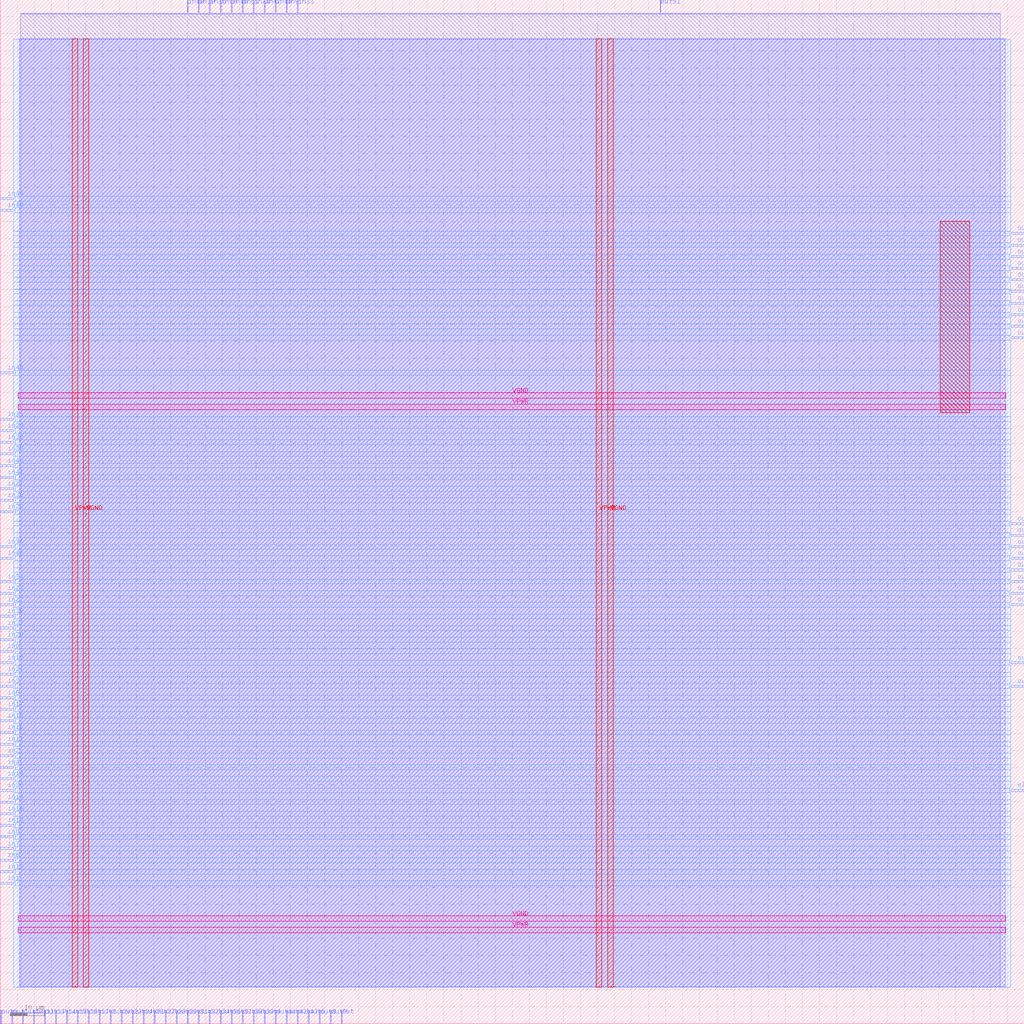
<source format=lef>
VERSION 5.7 ;
  NOWIREEXTENSIONATPIN ON ;
  DIVIDERCHAR "/" ;
  BUSBITCHARS "[]" ;
MACRO netlist_2
  CLASS BLOCK ;
  FOREIGN netlist_2 ;
  ORIGIN 0.000 0.000 ;
  SIZE 300.000 BY 300.000 ;
  PIN VGND
    DIRECTION INOUT ;
    USE GROUND ;
    PORT
      LAYER met4 ;
        RECT 24.340 10.640 25.940 288.560 ;
    END
    PORT
      LAYER met4 ;
        RECT 177.940 10.640 179.540 288.560 ;
    END
    PORT
      LAYER met5 ;
        RECT 5.280 30.030 294.640 31.630 ;
    END
    PORT
      LAYER met5 ;
        RECT 5.280 183.210 294.640 184.810 ;
    END
  END VGND
  PIN VPWR
    DIRECTION INOUT ;
    USE POWER ;
    PORT
      LAYER met4 ;
        RECT 21.040 10.640 22.640 288.560 ;
    END
    PORT
      LAYER met4 ;
        RECT 174.640 10.640 176.240 288.560 ;
    END
    PORT
      LAYER met5 ;
        RECT 5.280 26.730 294.640 28.330 ;
    END
    PORT
      LAYER met5 ;
        RECT 5.280 179.910 294.640 181.510 ;
    END
  END VPWR
  PIN clk
    DIRECTION INPUT ;
    USE SIGNAL ;
    ANTENNAGATEAREA 0.852000 ;
    ANTENNADIFFAREA 0.434700 ;
    PORT
      LAYER met3 ;
        RECT 296.000 68.040 300.000 68.640 ;
    END
  END clk
  PIN in0
    DIRECTION INPUT ;
    USE SIGNAL ;
    ANTENNAGATEAREA 0.196500 ;
    ANTENNADIFFAREA 0.434700 ;
    PORT
      LAYER met3 ;
        RECT 0.000 108.840 4.000 109.440 ;
    END
  END in0
  PIN in1
    DIRECTION INPUT ;
    USE SIGNAL ;
    ANTENNAGATEAREA 0.196500 ;
    ANTENNADIFFAREA 0.434700 ;
    PORT
      LAYER met3 ;
        RECT 0.000 40.840 4.000 41.440 ;
    END
  END in1
  PIN in10
    DIRECTION INPUT ;
    USE SIGNAL ;
    ANTENNAGATEAREA 0.196500 ;
    ANTENNADIFFAREA 0.434700 ;
    PORT
      LAYER met3 ;
        RECT 0.000 71.440 4.000 72.040 ;
    END
  END in10
  PIN in11
    DIRECTION INPUT ;
    USE SIGNAL ;
    ANTENNAGATEAREA 0.196500 ;
    ANTENNADIFFAREA 0.434700 ;
    PORT
      LAYER met3 ;
        RECT 0.000 81.640 4.000 82.240 ;
    END
  END in11
  PIN in12
    DIRECTION INPUT ;
    USE SIGNAL ;
    ANTENNAGATEAREA 0.196500 ;
    ANTENNADIFFAREA 0.434700 ;
    PORT
      LAYER met3 ;
        RECT 0.000 105.440 4.000 106.040 ;
    END
  END in12
  PIN in13
    DIRECTION INPUT ;
    USE SIGNAL ;
    ANTENNAGATEAREA 0.196500 ;
    ANTENNADIFFAREA 0.434700 ;
    PORT
      LAYER met3 ;
        RECT 0.000 44.240 4.000 44.840 ;
    END
  END in13
  PIN in14
    DIRECTION INPUT ;
    USE SIGNAL ;
    ANTENNAGATEAREA 0.196500 ;
    ANTENNADIFFAREA 0.434700 ;
    PORT
      LAYER met3 ;
        RECT 0.000 64.640 4.000 65.240 ;
    END
  END in14
  PIN in15
    DIRECTION INPUT ;
    USE SIGNAL ;
    ANTENNAGATEAREA 0.196500 ;
    ANTENNADIFFAREA 0.434700 ;
    PORT
      LAYER met3 ;
        RECT 0.000 88.440 4.000 89.040 ;
    END
  END in15
  PIN in16
    DIRECTION INPUT ;
    USE SIGNAL ;
    ANTENNAGATEAREA 0.196500 ;
    ANTENNADIFFAREA 0.434700 ;
    PORT
      LAYER met3 ;
        RECT 0.000 85.040 4.000 85.640 ;
    END
  END in16
  PIN in17
    DIRECTION INPUT ;
    USE SIGNAL ;
    ANTENNAGATEAREA 0.196500 ;
    ANTENNADIFFAREA 0.434700 ;
    PORT
      LAYER met3 ;
        RECT 0.000 91.840 4.000 92.440 ;
    END
  END in17
  PIN in18
    DIRECTION INPUT ;
    USE SIGNAL ;
    ANTENNAGATEAREA 0.196500 ;
    ANTENNADIFFAREA 0.434700 ;
    PORT
      LAYER met3 ;
        RECT 0.000 57.840 4.000 58.440 ;
    END
  END in18
  PIN in19
    DIRECTION INPUT ;
    USE SIGNAL ;
    ANTENNAGATEAREA 0.196500 ;
    ANTENNADIFFAREA 0.434700 ;
    PORT
      LAYER met3 ;
        RECT 0.000 61.240 4.000 61.840 ;
    END
  END in19
  PIN in2
    DIRECTION INPUT ;
    USE SIGNAL ;
    ANTENNAGATEAREA 0.196500 ;
    ANTENNADIFFAREA 0.434700 ;
    PORT
      LAYER met3 ;
        RECT 0.000 78.240 4.000 78.840 ;
    END
  END in2
  PIN in20
    DIRECTION INPUT ;
    USE SIGNAL ;
    ANTENNAGATEAREA 0.196500 ;
    ANTENNADIFFAREA 0.434700 ;
    PORT
      LAYER met3 ;
        RECT 0.000 68.040 4.000 68.640 ;
    END
  END in20
  PIN in21
    DIRECTION INPUT ;
    USE SIGNAL ;
    ANTENNAGATEAREA 0.196500 ;
    ANTENNADIFFAREA 0.434700 ;
    PORT
      LAYER met3 ;
        RECT 0.000 102.040 4.000 102.640 ;
    END
  END in21
  PIN in22
    DIRECTION INPUT ;
    USE SIGNAL ;
    ANTENNAGATEAREA 0.196500 ;
    ANTENNADIFFAREA 0.434700 ;
    PORT
      LAYER met3 ;
        RECT 0.000 122.440 4.000 123.040 ;
    END
  END in22
  PIN in23
    DIRECTION INPUT ;
    USE SIGNAL ;
    ANTENNAGATEAREA 0.196500 ;
    ANTENNADIFFAREA 0.434700 ;
    PORT
      LAYER met3 ;
        RECT 0.000 125.840 4.000 126.440 ;
    END
  END in23
  PIN in24
    DIRECTION INPUT ;
    USE SIGNAL ;
    ANTENNAGATEAREA 0.196500 ;
    ANTENNADIFFAREA 0.434700 ;
    PORT
      LAYER met2 ;
        RECT 74.150 296.000 74.430 300.000 ;
    END
  END in24
  PIN in25
    DIRECTION INPUT ;
    USE SIGNAL ;
    ANTENNAGATEAREA 0.196500 ;
    ANTENNADIFFAREA 0.434700 ;
    PORT
      LAYER met3 ;
        RECT 0.000 166.640 4.000 167.240 ;
    END
  END in25
  PIN in26
    DIRECTION INPUT ;
    USE SIGNAL ;
    ANTENNAGATEAREA 0.196500 ;
    ANTENNADIFFAREA 0.434700 ;
    PORT
      LAYER met3 ;
        RECT 0.000 112.240 4.000 112.840 ;
    END
  END in26
  PIN in27
    DIRECTION INPUT ;
    USE SIGNAL ;
    ANTENNAGATEAREA 0.196500 ;
    ANTENNADIFFAREA 0.434700 ;
    PORT
      LAYER met3 ;
        RECT 0.000 156.440 4.000 157.040 ;
    END
  END in27
  PIN in28
    DIRECTION INPUT ;
    USE SIGNAL ;
    ANTENNAGATEAREA 0.196500 ;
    ANTENNADIFFAREA 0.434700 ;
    PORT
      LAYER met3 ;
        RECT 0.000 149.640 4.000 150.240 ;
    END
  END in28
  PIN in29
    DIRECTION INPUT ;
    USE SIGNAL ;
    ANTENNAGATEAREA 0.196500 ;
    ANTENNADIFFAREA 0.434700 ;
    PORT
      LAYER met3 ;
        RECT 0.000 173.440 4.000 174.040 ;
    END
  END in29
  PIN in3
    DIRECTION INPUT ;
    USE SIGNAL ;
    ANTENNAGATEAREA 0.196500 ;
    ANTENNADIFFAREA 0.434700 ;
    PORT
      LAYER met3 ;
        RECT 0.000 98.640 4.000 99.240 ;
    END
  END in3
  PIN in30
    DIRECTION INPUT ;
    USE SIGNAL ;
    ANTENNAGATEAREA 0.196500 ;
    ANTENNADIFFAREA 0.434700 ;
    PORT
      LAYER met3 ;
        RECT 0.000 119.040 4.000 119.640 ;
    END
  END in30
  PIN in31
    DIRECTION INPUT ;
    USE SIGNAL ;
    ANTENNAGATEAREA 0.196500 ;
    ANTENNADIFFAREA 0.434700 ;
    PORT
      LAYER met3 ;
        RECT 0.000 176.840 4.000 177.440 ;
    END
  END in31
  PIN in32
    DIRECTION INPUT ;
    USE SIGNAL ;
    ANTENNAGATEAREA 0.196500 ;
    ANTENNADIFFAREA 0.434700 ;
    PORT
      LAYER met3 ;
        RECT 0.000 170.040 4.000 170.640 ;
    END
  END in32
  PIN in33
    DIRECTION INPUT ;
    USE SIGNAL ;
    ANTENNAGATEAREA 0.196500 ;
    ANTENNADIFFAREA 0.434700 ;
    PORT
      LAYER met2 ;
        RECT 87.030 296.000 87.310 300.000 ;
    END
  END in33
  PIN in34
    DIRECTION INPUT ;
    USE SIGNAL ;
    ANTENNAGATEAREA 0.196500 ;
    ANTENNADIFFAREA 0.434700 ;
    PORT
      LAYER met3 ;
        RECT 0.000 129.240 4.000 129.840 ;
    END
  END in34
  PIN in35
    DIRECTION INPUT ;
    USE SIGNAL ;
    ANTENNAGATEAREA 0.196500 ;
    ANTENNADIFFAREA 0.434700 ;
    PORT
      LAYER met2 ;
        RECT 61.270 296.000 61.550 300.000 ;
    END
  END in35
  PIN in36
    DIRECTION INPUT ;
    USE SIGNAL ;
    ANTENNAGATEAREA 0.196500 ;
    ANTENNADIFFAREA 0.434700 ;
    PORT
      LAYER met3 ;
        RECT 0.000 139.440 4.000 140.040 ;
    END
  END in36
  PIN in37
    DIRECTION INPUT ;
    USE SIGNAL ;
    ANTENNAGATEAREA 0.196500 ;
    ANTENNADIFFAREA 0.434700 ;
    PORT
      LAYER met3 ;
        RECT 0.000 115.640 4.000 116.240 ;
    END
  END in37
  PIN in38
    DIRECTION INPUT ;
    USE SIGNAL ;
    ANTENNAGATEAREA 0.196500 ;
    ANTENNADIFFAREA 0.434700 ;
    PORT
      LAYER met3 ;
        RECT 0.000 153.040 4.000 153.640 ;
    END
  END in38
  PIN in39
    DIRECTION INPUT ;
    USE SIGNAL ;
    ANTENNAGATEAREA 0.196500 ;
    ANTENNADIFFAREA 0.434700 ;
    PORT
      LAYER met2 ;
        RECT 58.050 296.000 58.330 300.000 ;
    END
  END in39
  PIN in4
    DIRECTION INPUT ;
    USE SIGNAL ;
    ANTENNAGATEAREA 0.196500 ;
    ANTENNADIFFAREA 0.434700 ;
    PORT
      LAYER met3 ;
        RECT 0.000 74.840 4.000 75.440 ;
    END
  END in4
  PIN in40
    DIRECTION INPUT ;
    USE SIGNAL ;
    ANTENNAGATEAREA 0.196500 ;
    ANTENNADIFFAREA 0.434700 ;
    PORT
      LAYER met3 ;
        RECT 0.000 163.240 4.000 163.840 ;
    END
  END in40
  PIN in41
    DIRECTION INPUT ;
    USE SIGNAL ;
    ANTENNAGATEAREA 0.196500 ;
    ANTENNADIFFAREA 0.434700 ;
    PORT
      LAYER met3 ;
        RECT 0.000 159.840 4.000 160.440 ;
    END
  END in41
  PIN in42
    DIRECTION INPUT ;
    USE SIGNAL ;
    ANTENNAGATEAREA 0.196500 ;
    ANTENNADIFFAREA 0.434700 ;
    PORT
      LAYER met3 ;
        RECT 0.000 136.040 4.000 136.640 ;
    END
  END in42
  PIN in43
    DIRECTION INPUT ;
    USE SIGNAL ;
    ANTENNAGATEAREA 0.196500 ;
    ANTENNADIFFAREA 0.434700 ;
    PORT
      LAYER met3 ;
        RECT 0.000 241.440 4.000 242.040 ;
    END
  END in43
  PIN in44
    DIRECTION INPUT ;
    USE SIGNAL ;
    ANTENNAGATEAREA 0.196500 ;
    ANTENNADIFFAREA 0.434700 ;
    PORT
      LAYER met2 ;
        RECT 80.590 296.000 80.870 300.000 ;
    END
  END in44
  PIN in45
    DIRECTION INPUT ;
    USE SIGNAL ;
    ANTENNAGATEAREA 0.196500 ;
    ANTENNADIFFAREA 0.434700 ;
    PORT
      LAYER met3 ;
        RECT 0.000 190.440 4.000 191.040 ;
    END
  END in45
  PIN in46
    DIRECTION INPUT ;
    USE SIGNAL ;
    ANTENNAGATEAREA 0.159000 ;
    ANTENNADIFFAREA 0.434700 ;
    PORT
      LAYER met2 ;
        RECT 67.710 296.000 67.990 300.000 ;
    END
  END in46
  PIN in47
    DIRECTION INPUT ;
    USE SIGNAL ;
    ANTENNAGATEAREA 0.213000 ;
    ANTENNADIFFAREA 0.434700 ;
    PORT
      LAYER met2 ;
        RECT 77.370 296.000 77.650 300.000 ;
    END
  END in47
  PIN in48
    DIRECTION INPUT ;
    USE SIGNAL ;
    ANTENNAGATEAREA 0.213000 ;
    ANTENNADIFFAREA 0.434700 ;
    PORT
      LAYER met2 ;
        RECT 54.830 296.000 55.110 300.000 ;
    END
  END in48
  PIN in49
    DIRECTION INPUT ;
    USE SIGNAL ;
    ANTENNAGATEAREA 0.196500 ;
    ANTENNADIFFAREA 0.434700 ;
    PORT
      LAYER met3 ;
        RECT 0.000 238.040 4.000 238.640 ;
    END
  END in49
  PIN in5
    DIRECTION INPUT ;
    USE SIGNAL ;
    ANTENNAGATEAREA 0.196500 ;
    ANTENNADIFFAREA 0.434700 ;
    PORT
      LAYER met3 ;
        RECT 0.000 54.440 4.000 55.040 ;
    END
  END in5
  PIN in50
    DIRECTION INPUT ;
    USE SIGNAL ;
    ANTENNAGATEAREA 0.196500 ;
    ANTENNADIFFAREA 0.434700 ;
    PORT
      LAYER met2 ;
        RECT 64.490 296.000 64.770 300.000 ;
    END
  END in50
  PIN in51
    DIRECTION INPUT ;
    USE SIGNAL ;
    ANTENNAGATEAREA 0.196500 ;
    ANTENNADIFFAREA 0.434700 ;
    PORT
      LAYER met2 ;
        RECT 70.930 296.000 71.210 300.000 ;
    END
  END in51
  PIN in6
    DIRECTION INPUT ;
    USE SIGNAL ;
    ANTENNAGATEAREA 0.196500 ;
    ANTENNADIFFAREA 0.434700 ;
    PORT
      LAYER met3 ;
        RECT 0.000 47.640 4.000 48.240 ;
    END
  END in6
  PIN in7
    DIRECTION INPUT ;
    USE SIGNAL ;
    ANTENNAGATEAREA 0.196500 ;
    ANTENNADIFFAREA 0.434700 ;
    PORT
      LAYER met3 ;
        RECT 0.000 51.040 4.000 51.640 ;
    END
  END in7
  PIN in8
    DIRECTION INPUT ;
    USE SIGNAL ;
    ANTENNAGATEAREA 0.196500 ;
    ANTENNADIFFAREA 0.434700 ;
    PORT
      LAYER met3 ;
        RECT 0.000 95.240 4.000 95.840 ;
    END
  END in8
  PIN in9
    DIRECTION INPUT ;
    USE SIGNAL ;
    ANTENNAGATEAREA 0.196500 ;
    ANTENNADIFFAREA 0.434700 ;
    PORT
      LAYER met2 ;
        RECT 83.810 296.000 84.090 300.000 ;
    END
  END in9
  PIN out0
    DIRECTION OUTPUT ;
    USE SIGNAL ;
    PORT
      LAYER met2 ;
        RECT 0.090 0.000 0.370 4.000 ;
    END
  END out0
  PIN out1
    DIRECTION OUTPUT ;
    USE SIGNAL ;
    PORT
      LAYER met2 ;
        RECT 3.310 0.000 3.590 4.000 ;
    END
  END out1
  PIN out10
    DIRECTION OUTPUT ;
    USE SIGNAL ;
    PORT
      LAYER met2 ;
        RECT 6.530 0.000 6.810 4.000 ;
    END
  END out10
  PIN out11
    DIRECTION OUTPUT ;
    USE SIGNAL ;
    PORT
      LAYER met2 ;
        RECT 9.750 0.000 10.030 4.000 ;
    END
  END out11
  PIN out12
    DIRECTION OUTPUT ;
    USE SIGNAL ;
    ANTENNADIFFAREA 0.445500 ;
    PORT
      LAYER met3 ;
        RECT 296.000 136.040 300.000 136.640 ;
    END
  END out12
  PIN out13
    DIRECTION OUTPUT ;
    USE SIGNAL ;
    PORT
      LAYER met2 ;
        RECT 12.970 0.000 13.250 4.000 ;
    END
  END out13
  PIN out14
    DIRECTION OUTPUT ;
    USE SIGNAL ;
    PORT
      LAYER met2 ;
        RECT 16.190 0.000 16.470 4.000 ;
    END
  END out14
  PIN out15
    DIRECTION OUTPUT ;
    USE SIGNAL ;
    PORT
      LAYER met2 ;
        RECT 19.410 0.000 19.690 4.000 ;
    END
  END out15
  PIN out16
    DIRECTION OUTPUT ;
    USE SIGNAL ;
    PORT
      LAYER met2 ;
        RECT 22.630 0.000 22.910 4.000 ;
    END
  END out16
  PIN out17
    DIRECTION OUTPUT ;
    USE SIGNAL ;
    PORT
      LAYER met2 ;
        RECT 25.850 0.000 26.130 4.000 ;
    END
  END out17
  PIN out18
    DIRECTION OUTPUT ;
    USE SIGNAL ;
    ANTENNADIFFAREA 0.445500 ;
    PORT
      LAYER met3 ;
        RECT 296.000 139.440 300.000 140.040 ;
    END
  END out18
  PIN out19
    DIRECTION OUTPUT ;
    USE SIGNAL ;
    ANTENNADIFFAREA 0.445500 ;
    PORT
      LAYER met3 ;
        RECT 296.000 122.440 300.000 123.040 ;
    END
  END out19
  PIN out2
    DIRECTION OUTPUT ;
    USE SIGNAL ;
    PORT
      LAYER met2 ;
        RECT 29.070 0.000 29.350 4.000 ;
    END
  END out2
  PIN out20
    DIRECTION OUTPUT ;
    USE SIGNAL ;
    PORT
      LAYER met2 ;
        RECT 32.290 0.000 32.570 4.000 ;
    END
  END out20
  PIN out21
    DIRECTION OUTPUT ;
    USE SIGNAL ;
    ANTENNADIFFAREA 0.445500 ;
    PORT
      LAYER met3 ;
        RECT 296.000 125.840 300.000 126.440 ;
    END
  END out21
  PIN out22
    DIRECTION OUTPUT ;
    USE SIGNAL ;
    PORT
      LAYER met2 ;
        RECT 35.510 0.000 35.790 4.000 ;
    END
  END out22
  PIN out23
    DIRECTION OUTPUT ;
    USE SIGNAL ;
    ANTENNADIFFAREA 0.445500 ;
    PORT
      LAYER met3 ;
        RECT 296.000 142.840 300.000 143.440 ;
    END
  END out23
  PIN out24
    DIRECTION OUTPUT ;
    USE SIGNAL ;
    PORT
      LAYER met2 ;
        RECT 38.730 0.000 39.010 4.000 ;
    END
  END out24
  PIN out25
    DIRECTION OUTPUT ;
    USE SIGNAL ;
    PORT
      LAYER met2 ;
        RECT 41.950 0.000 42.230 4.000 ;
    END
  END out25
  PIN out26
    DIRECTION OUTPUT ;
    USE SIGNAL ;
    ANTENNADIFFAREA 0.340600 ;
    PORT
      LAYER met3 ;
        RECT 296.000 200.640 300.000 201.240 ;
    END
  END out26
  PIN out27
    DIRECTION OUTPUT ;
    USE SIGNAL ;
    PORT
      LAYER met2 ;
        RECT 45.170 0.000 45.450 4.000 ;
    END
  END out27
  PIN out28
    DIRECTION OUTPUT ;
    USE SIGNAL ;
    PORT
      LAYER met2 ;
        RECT 48.390 0.000 48.670 4.000 ;
    END
  END out28
  PIN out29
    DIRECTION OUTPUT ;
    USE SIGNAL ;
    PORT
      LAYER met2 ;
        RECT 51.610 0.000 51.890 4.000 ;
    END
  END out29
  PIN out3
    DIRECTION OUTPUT ;
    USE SIGNAL ;
    ANTENNADIFFAREA 0.445500 ;
    PORT
      LAYER met3 ;
        RECT 296.000 98.640 300.000 99.240 ;
    END
  END out3
  PIN out30
    DIRECTION OUTPUT ;
    USE SIGNAL ;
    ANTENNADIFFAREA 0.340600 ;
    PORT
      LAYER met3 ;
        RECT 296.000 231.240 300.000 231.840 ;
    END
  END out30
  PIN out31
    DIRECTION OUTPUT ;
    USE SIGNAL ;
    PORT
      LAYER met2 ;
        RECT 54.830 0.000 55.110 4.000 ;
    END
  END out31
  PIN out32
    DIRECTION OUTPUT ;
    USE SIGNAL ;
    PORT
      LAYER met2 ;
        RECT 58.050 0.000 58.330 4.000 ;
    END
  END out32
  PIN out33
    DIRECTION OUTPUT ;
    USE SIGNAL ;
    ANTENNADIFFAREA 0.340600 ;
    PORT
      LAYER met3 ;
        RECT 296.000 210.840 300.000 211.440 ;
    END
  END out33
  PIN out34
    DIRECTION OUTPUT ;
    USE SIGNAL ;
    PORT
      LAYER met2 ;
        RECT 61.270 0.000 61.550 4.000 ;
    END
  END out34
  PIN out35
    DIRECTION OUTPUT ;
    USE SIGNAL ;
    ANTENNADIFFAREA 0.445500 ;
    PORT
      LAYER met3 ;
        RECT 296.000 132.640 300.000 133.240 ;
    END
  END out35
  PIN out36
    DIRECTION OUTPUT ;
    USE SIGNAL ;
    PORT
      LAYER met2 ;
        RECT 64.490 0.000 64.770 4.000 ;
    END
  END out36
  PIN out37
    DIRECTION OUTPUT ;
    USE SIGNAL ;
    PORT
      LAYER met2 ;
        RECT 67.710 0.000 67.990 4.000 ;
    END
  END out37
  PIN out38
    DIRECTION OUTPUT ;
    USE SIGNAL ;
    PORT
      LAYER met2 ;
        RECT 70.930 0.000 71.210 4.000 ;
    END
  END out38
  PIN out39
    DIRECTION OUTPUT ;
    USE SIGNAL ;
    PORT
      LAYER met2 ;
        RECT 74.150 0.000 74.430 4.000 ;
    END
  END out39
  PIN out4
    DIRECTION OUTPUT ;
    USE SIGNAL ;
    PORT
      LAYER met2 ;
        RECT 77.370 0.000 77.650 4.000 ;
    END
  END out4
  PIN out40
    DIRECTION OUTPUT ;
    USE SIGNAL ;
    PORT
      LAYER met2 ;
        RECT 80.590 0.000 80.870 4.000 ;
    END
  END out40
  PIN out41
    DIRECTION OUTPUT ;
    USE SIGNAL ;
    ANTENNADIFFAREA 0.445500 ;
    PORT
      LAYER met3 ;
        RECT 296.000 146.240 300.000 146.840 ;
    END
  END out41
  PIN out42
    DIRECTION OUTPUT ;
    USE SIGNAL ;
    PORT
      LAYER met2 ;
        RECT 83.810 0.000 84.090 4.000 ;
    END
  END out42
  PIN out43
    DIRECTION OUTPUT ;
    USE SIGNAL ;
    PORT
      LAYER met2 ;
        RECT 87.030 0.000 87.310 4.000 ;
    END
  END out43
  PIN out44
    DIRECTION OUTPUT ;
    USE SIGNAL ;
    ANTENNADIFFAREA 0.340600 ;
    PORT
      LAYER met3 ;
        RECT 296.000 227.840 300.000 228.440 ;
    END
  END out44
  PIN out45
    DIRECTION OUTPUT ;
    USE SIGNAL ;
    ANTENNADIFFAREA 0.340600 ;
    PORT
      LAYER met3 ;
        RECT 296.000 207.440 300.000 208.040 ;
    END
  END out45
  PIN out46
    DIRECTION OUTPUT ;
    USE SIGNAL ;
    ANTENNADIFFAREA 0.340600 ;
    PORT
      LAYER met3 ;
        RECT 296.000 217.640 300.000 218.240 ;
    END
  END out46
  PIN out47
    DIRECTION OUTPUT ;
    USE SIGNAL ;
    ANTENNADIFFAREA 0.340600 ;
    PORT
      LAYER met3 ;
        RECT 296.000 214.240 300.000 214.840 ;
    END
  END out47
  PIN out48
    DIRECTION OUTPUT ;
    USE SIGNAL ;
    ANTENNADIFFAREA 0.445500 ;
    PORT
      LAYER met3 ;
        RECT 296.000 204.040 300.000 204.640 ;
    END
  END out48
  PIN out49
    DIRECTION OUTPUT ;
    USE SIGNAL ;
    ANTENNADIFFAREA 1.782000 ;
    PORT
      LAYER met3 ;
        RECT 296.000 224.440 300.000 225.040 ;
    END
  END out49
  PIN out5
    DIRECTION OUTPUT ;
    USE SIGNAL ;
    ANTENNADIFFAREA 0.445500 ;
    PORT
      LAYER met3 ;
        RECT 296.000 129.240 300.000 129.840 ;
    END
  END out5
  PIN out50
    DIRECTION OUTPUT ;
    USE SIGNAL ;
    ANTENNADIFFAREA 0.340600 ;
    PORT
      LAYER met3 ;
        RECT 296.000 221.040 300.000 221.640 ;
    END
  END out50
  PIN out51
    DIRECTION OUTPUT ;
    USE SIGNAL ;
    ANTENNADIFFAREA 0.445500 ;
    PORT
      LAYER met2 ;
        RECT 193.290 296.000 193.570 300.000 ;
    END
  END out51
  PIN out6
    DIRECTION OUTPUT ;
    USE SIGNAL ;
    PORT
      LAYER met2 ;
        RECT 90.250 0.000 90.530 4.000 ;
    END
  END out6
  PIN out7
    DIRECTION OUTPUT ;
    USE SIGNAL ;
    ANTENNADIFFAREA 0.445500 ;
    PORT
      LAYER met3 ;
        RECT 296.000 105.440 300.000 106.040 ;
    END
  END out7
  PIN out8
    DIRECTION OUTPUT ;
    USE SIGNAL ;
    PORT
      LAYER met2 ;
        RECT 93.470 0.000 93.750 4.000 ;
    END
  END out8
  PIN out9
    DIRECTION OUTPUT ;
    USE SIGNAL ;
    PORT
      LAYER met2 ;
        RECT 96.690 0.000 96.970 4.000 ;
    END
  END out9
  PIN rst
    DIRECTION INPUT ;
    USE SIGNAL ;
    PORT
      LAYER met2 ;
        RECT 99.910 0.000 100.190 4.000 ;
    END
  END rst
  OBS
      LAYER li1 ;
        RECT 5.520 10.795 294.400 288.405 ;
      LAYER met1 ;
        RECT 5.520 10.640 294.400 288.560 ;
      LAYER met2 ;
        RECT 6.070 295.720 54.550 296.000 ;
        RECT 55.390 295.720 57.770 296.000 ;
        RECT 58.610 295.720 60.990 296.000 ;
        RECT 61.830 295.720 64.210 296.000 ;
        RECT 65.050 295.720 67.430 296.000 ;
        RECT 68.270 295.720 70.650 296.000 ;
        RECT 71.490 295.720 73.870 296.000 ;
        RECT 74.710 295.720 77.090 296.000 ;
        RECT 77.930 295.720 80.310 296.000 ;
        RECT 81.150 295.720 83.530 296.000 ;
        RECT 84.370 295.720 86.750 296.000 ;
        RECT 87.590 295.720 193.010 296.000 ;
        RECT 193.850 295.720 292.930 296.000 ;
        RECT 6.070 10.695 292.930 295.720 ;
      LAYER met3 ;
        RECT 4.000 242.440 296.000 288.485 ;
        RECT 4.400 241.040 296.000 242.440 ;
        RECT 4.000 239.040 296.000 241.040 ;
        RECT 4.400 237.640 296.000 239.040 ;
        RECT 4.000 232.240 296.000 237.640 ;
        RECT 4.000 230.840 295.600 232.240 ;
        RECT 4.000 228.840 296.000 230.840 ;
        RECT 4.000 227.440 295.600 228.840 ;
        RECT 4.000 225.440 296.000 227.440 ;
        RECT 4.000 224.040 295.600 225.440 ;
        RECT 4.000 222.040 296.000 224.040 ;
        RECT 4.000 220.640 295.600 222.040 ;
        RECT 4.000 218.640 296.000 220.640 ;
        RECT 4.000 217.240 295.600 218.640 ;
        RECT 4.000 215.240 296.000 217.240 ;
        RECT 4.000 213.840 295.600 215.240 ;
        RECT 4.000 211.840 296.000 213.840 ;
        RECT 4.000 210.440 295.600 211.840 ;
        RECT 4.000 208.440 296.000 210.440 ;
        RECT 4.000 207.040 295.600 208.440 ;
        RECT 4.000 205.040 296.000 207.040 ;
        RECT 4.000 203.640 295.600 205.040 ;
        RECT 4.000 201.640 296.000 203.640 ;
        RECT 4.000 200.240 295.600 201.640 ;
        RECT 4.000 191.440 296.000 200.240 ;
        RECT 4.400 190.040 296.000 191.440 ;
        RECT 4.000 177.840 296.000 190.040 ;
        RECT 4.400 176.440 296.000 177.840 ;
        RECT 4.000 174.440 296.000 176.440 ;
        RECT 4.400 173.040 296.000 174.440 ;
        RECT 4.000 171.040 296.000 173.040 ;
        RECT 4.400 169.640 296.000 171.040 ;
        RECT 4.000 167.640 296.000 169.640 ;
        RECT 4.400 166.240 296.000 167.640 ;
        RECT 4.000 164.240 296.000 166.240 ;
        RECT 4.400 162.840 296.000 164.240 ;
        RECT 4.000 160.840 296.000 162.840 ;
        RECT 4.400 159.440 296.000 160.840 ;
        RECT 4.000 157.440 296.000 159.440 ;
        RECT 4.400 156.040 296.000 157.440 ;
        RECT 4.000 154.040 296.000 156.040 ;
        RECT 4.400 152.640 296.000 154.040 ;
        RECT 4.000 150.640 296.000 152.640 ;
        RECT 4.400 149.240 296.000 150.640 ;
        RECT 4.000 147.240 296.000 149.240 ;
        RECT 4.000 145.840 295.600 147.240 ;
        RECT 4.000 143.840 296.000 145.840 ;
        RECT 4.000 142.440 295.600 143.840 ;
        RECT 4.000 140.440 296.000 142.440 ;
        RECT 4.400 139.040 295.600 140.440 ;
        RECT 4.000 137.040 296.000 139.040 ;
        RECT 4.400 135.640 295.600 137.040 ;
        RECT 4.000 133.640 296.000 135.640 ;
        RECT 4.000 132.240 295.600 133.640 ;
        RECT 4.000 130.240 296.000 132.240 ;
        RECT 4.400 128.840 295.600 130.240 ;
        RECT 4.000 126.840 296.000 128.840 ;
        RECT 4.400 125.440 295.600 126.840 ;
        RECT 4.000 123.440 296.000 125.440 ;
        RECT 4.400 122.040 295.600 123.440 ;
        RECT 4.000 120.040 296.000 122.040 ;
        RECT 4.400 118.640 296.000 120.040 ;
        RECT 4.000 116.640 296.000 118.640 ;
        RECT 4.400 115.240 296.000 116.640 ;
        RECT 4.000 113.240 296.000 115.240 ;
        RECT 4.400 111.840 296.000 113.240 ;
        RECT 4.000 109.840 296.000 111.840 ;
        RECT 4.400 108.440 296.000 109.840 ;
        RECT 4.000 106.440 296.000 108.440 ;
        RECT 4.400 105.040 295.600 106.440 ;
        RECT 4.000 103.040 296.000 105.040 ;
        RECT 4.400 101.640 296.000 103.040 ;
        RECT 4.000 99.640 296.000 101.640 ;
        RECT 4.400 98.240 295.600 99.640 ;
        RECT 4.000 96.240 296.000 98.240 ;
        RECT 4.400 94.840 296.000 96.240 ;
        RECT 4.000 92.840 296.000 94.840 ;
        RECT 4.400 91.440 296.000 92.840 ;
        RECT 4.000 89.440 296.000 91.440 ;
        RECT 4.400 88.040 296.000 89.440 ;
        RECT 4.000 86.040 296.000 88.040 ;
        RECT 4.400 84.640 296.000 86.040 ;
        RECT 4.000 82.640 296.000 84.640 ;
        RECT 4.400 81.240 296.000 82.640 ;
        RECT 4.000 79.240 296.000 81.240 ;
        RECT 4.400 77.840 296.000 79.240 ;
        RECT 4.000 75.840 296.000 77.840 ;
        RECT 4.400 74.440 296.000 75.840 ;
        RECT 4.000 72.440 296.000 74.440 ;
        RECT 4.400 71.040 296.000 72.440 ;
        RECT 4.000 69.040 296.000 71.040 ;
        RECT 4.400 67.640 295.600 69.040 ;
        RECT 4.000 65.640 296.000 67.640 ;
        RECT 4.400 64.240 296.000 65.640 ;
        RECT 4.000 62.240 296.000 64.240 ;
        RECT 4.400 60.840 296.000 62.240 ;
        RECT 4.000 58.840 296.000 60.840 ;
        RECT 4.400 57.440 296.000 58.840 ;
        RECT 4.000 55.440 296.000 57.440 ;
        RECT 4.400 54.040 296.000 55.440 ;
        RECT 4.000 52.040 296.000 54.040 ;
        RECT 4.400 50.640 296.000 52.040 ;
        RECT 4.000 48.640 296.000 50.640 ;
        RECT 4.400 47.240 296.000 48.640 ;
        RECT 4.000 45.240 296.000 47.240 ;
        RECT 4.400 43.840 296.000 45.240 ;
        RECT 4.000 41.840 296.000 43.840 ;
        RECT 4.400 40.440 296.000 41.840 ;
        RECT 4.000 10.715 296.000 40.440 ;
      LAYER met4 ;
        RECT 275.375 179.015 283.985 235.105 ;
  END
END netlist_2
END LIBRARY


</source>
